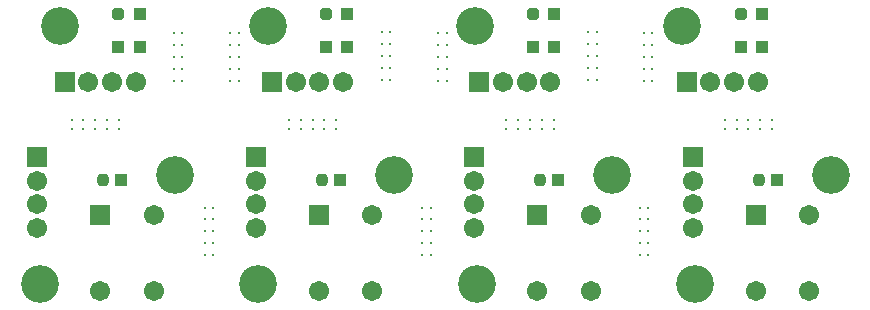
<source format=gbs>
G04*
G04 #@! TF.GenerationSoftware,Altium Limited,Altium Designer,20.1.8 (145)*
G04*
G04 Layer_Color=16711935*
%FSLAX25Y25*%
%MOIN*%
G70*
G04*
G04 #@! TF.SameCoordinates,412804ED-27A4-4B33-A170-4839FA9A990F*
G04*
G04*
G04 #@! TF.FilePolarity,Negative*
G04*
G01*
G75*
G04:AMPARAMS|DCode=30|XSize=39.5mil|YSize=39.5mil|CornerRadius=11.87mil|HoleSize=0mil|Usage=FLASHONLY|Rotation=0.000|XOffset=0mil|YOffset=0mil|HoleType=Round|Shape=RoundedRectangle|*
%AMROUNDEDRECTD30*
21,1,0.03950,0.01575,0,0,0.0*
21,1,0.01575,0.03950,0,0,0.0*
1,1,0.02375,0.00787,-0.00787*
1,1,0.02375,-0.00787,-0.00787*
1,1,0.02375,-0.00787,0.00787*
1,1,0.02375,0.00787,0.00787*
%
%ADD30ROUNDEDRECTD30*%
%ADD31R,0.03950X0.03950*%
%ADD33C,0.00922*%
%ADD34C,0.00800*%
%ADD35C,0.12611*%
%ADD36C,0.06706*%
%ADD37R,0.06706X0.06706*%
%ADD38R,0.06706X0.06706*%
%ADD39R,0.03950X0.04147*%
G04:AMPARAMS|DCode=40|XSize=41.47mil|YSize=39.5mil|CornerRadius=11.87mil|HoleSize=0mil|Usage=FLASHONLY|Rotation=270.000|XOffset=0mil|YOffset=0mil|HoleType=Round|Shape=RoundedRectangle|*
%AMROUNDEDRECTD40*
21,1,0.04147,0.01575,0,0,270.0*
21,1,0.01772,0.03950,0,0,270.0*
1,1,0.02375,-0.00787,-0.00886*
1,1,0.02375,-0.00787,0.00886*
1,1,0.02375,0.00787,0.00886*
1,1,0.02375,0.00787,-0.00886*
%
%ADD40ROUNDEDRECTD40*%
D30*
X35602Y42764D02*
D03*
X108437D02*
D03*
X181272D02*
D03*
X254106D02*
D03*
D31*
X41508D02*
D03*
X114342D02*
D03*
X187177D02*
D03*
X260012D02*
D03*
D33*
X215748Y79724D02*
D03*
Y83661D02*
D03*
Y91535D02*
D03*
Y87598D02*
D03*
X218504D02*
D03*
Y91535D02*
D03*
Y83661D02*
D03*
Y79724D02*
D03*
X197244Y80118D02*
D03*
Y84055D02*
D03*
Y91929D02*
D03*
Y87992D02*
D03*
X200000D02*
D03*
Y91929D02*
D03*
Y84055D02*
D03*
Y80118D02*
D03*
X147244Y79724D02*
D03*
Y83661D02*
D03*
Y91535D02*
D03*
Y87598D02*
D03*
X150000D02*
D03*
Y91535D02*
D03*
Y83661D02*
D03*
Y79724D02*
D03*
X128347Y80118D02*
D03*
Y84055D02*
D03*
Y91929D02*
D03*
Y87992D02*
D03*
X131102D02*
D03*
Y91929D02*
D03*
Y84055D02*
D03*
Y80118D02*
D03*
X77953Y79724D02*
D03*
Y83661D02*
D03*
Y91535D02*
D03*
Y87598D02*
D03*
X80709D02*
D03*
Y91535D02*
D03*
Y83661D02*
D03*
Y79724D02*
D03*
X61811D02*
D03*
Y83661D02*
D03*
Y91535D02*
D03*
Y87598D02*
D03*
X59055D02*
D03*
Y91535D02*
D03*
Y83661D02*
D03*
Y79724D02*
D03*
X254528Y59842D02*
D03*
X250591D02*
D03*
X242717D02*
D03*
X246654D02*
D03*
Y62598D02*
D03*
X242717D02*
D03*
X250591D02*
D03*
X254528D02*
D03*
X181693Y59842D02*
D03*
X177756D02*
D03*
X169882D02*
D03*
X173819D02*
D03*
Y62598D02*
D03*
X169882D02*
D03*
X177756D02*
D03*
X181693D02*
D03*
X214370Y29528D02*
D03*
Y25591D02*
D03*
Y17717D02*
D03*
Y21654D02*
D03*
X217126D02*
D03*
Y17717D02*
D03*
Y25591D02*
D03*
Y29528D02*
D03*
X109252Y59842D02*
D03*
X105315D02*
D03*
X97441D02*
D03*
X101378D02*
D03*
Y62598D02*
D03*
X97441D02*
D03*
X105315D02*
D03*
X109252D02*
D03*
X141929Y29528D02*
D03*
Y25591D02*
D03*
Y17717D02*
D03*
Y21654D02*
D03*
X144685D02*
D03*
Y17717D02*
D03*
Y25591D02*
D03*
Y29528D02*
D03*
X36811Y59842D02*
D03*
X32874D02*
D03*
X25000D02*
D03*
X28937D02*
D03*
Y62598D02*
D03*
X25000D02*
D03*
X32874D02*
D03*
X36811D02*
D03*
X69488Y29528D02*
D03*
Y25591D02*
D03*
Y17717D02*
D03*
Y21654D02*
D03*
X72244D02*
D03*
Y17717D02*
D03*
Y25591D02*
D03*
Y29528D02*
D03*
D34*
X215748Y75787D02*
D03*
X218504D02*
D03*
X197244Y76181D02*
D03*
X200000D02*
D03*
X147244Y75787D02*
D03*
X150000D02*
D03*
X128347Y76181D02*
D03*
X131102D02*
D03*
X77953Y75787D02*
D03*
X80709D02*
D03*
X61811D02*
D03*
X59055D02*
D03*
X258465Y59842D02*
D03*
Y62598D02*
D03*
X185630Y59842D02*
D03*
Y62598D02*
D03*
X214370Y33465D02*
D03*
X217126D02*
D03*
X113189Y59842D02*
D03*
Y62598D02*
D03*
X141929Y33465D02*
D03*
X144685D02*
D03*
X40748Y59842D02*
D03*
Y62598D02*
D03*
X69488Y33465D02*
D03*
X72244D02*
D03*
D35*
X59618Y44339D02*
D03*
X14343Y8118D02*
D03*
X132453Y44339D02*
D03*
X87177Y8118D02*
D03*
X205287Y44339D02*
D03*
X160012Y8118D02*
D03*
X278122Y44339D02*
D03*
X232846Y8118D02*
D03*
X228567Y93992D02*
D03*
X159445D02*
D03*
X90323D02*
D03*
X21201D02*
D03*
D36*
X13555Y26728D02*
D03*
Y42476D02*
D03*
Y34602D02*
D03*
X34618Y5559D02*
D03*
X52335D02*
D03*
Y31150D02*
D03*
X86390Y26728D02*
D03*
Y42476D02*
D03*
Y34602D02*
D03*
X107453Y5559D02*
D03*
X125169D02*
D03*
Y31150D02*
D03*
X159224Y26728D02*
D03*
Y42476D02*
D03*
Y34602D02*
D03*
X180287Y5559D02*
D03*
X198004D02*
D03*
Y31150D02*
D03*
X232059Y26728D02*
D03*
Y42476D02*
D03*
Y34602D02*
D03*
X253122Y5559D02*
D03*
X270839D02*
D03*
Y31150D02*
D03*
X253689Y75492D02*
D03*
X237941D02*
D03*
X245815D02*
D03*
X184567D02*
D03*
X168819D02*
D03*
X176693D02*
D03*
X115445D02*
D03*
X99697D02*
D03*
X107571D02*
D03*
X46323D02*
D03*
X30575D02*
D03*
X38449D02*
D03*
D37*
X13555Y50350D02*
D03*
X34618Y31150D02*
D03*
X86390Y50350D02*
D03*
X107453Y31150D02*
D03*
X159224Y50350D02*
D03*
X180287Y31150D02*
D03*
X232059Y50350D02*
D03*
X253122Y31150D02*
D03*
D38*
X230067Y75492D02*
D03*
X160945D02*
D03*
X91823D02*
D03*
X22701D02*
D03*
D39*
X255067Y87165D02*
D03*
X247980D02*
D03*
X255067Y97992D02*
D03*
X185945Y87165D02*
D03*
X178858D02*
D03*
X185945Y97992D02*
D03*
X116823Y87165D02*
D03*
X109736D02*
D03*
X116823Y97992D02*
D03*
X47701Y87165D02*
D03*
X40614D02*
D03*
X47701Y97992D02*
D03*
D40*
X247980D02*
D03*
X178858D02*
D03*
X109736D02*
D03*
X40614D02*
D03*
M02*

</source>
